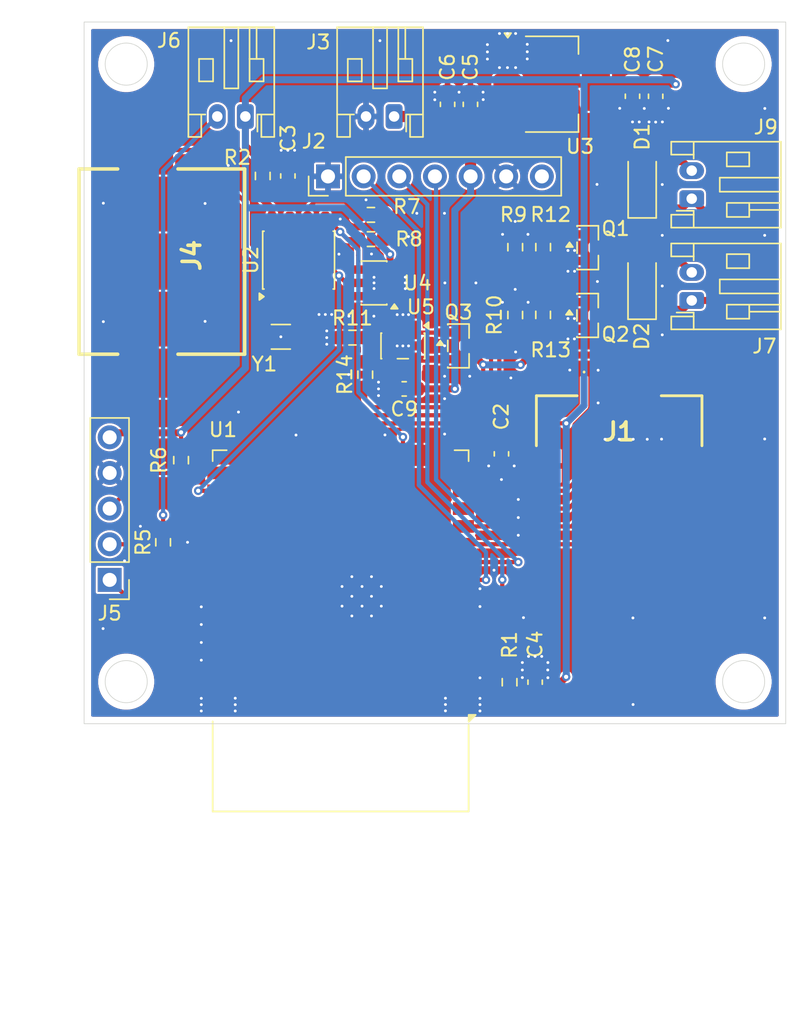
<source format=kicad_pcb>
(kicad_pcb (version 20241229) (generator "pcbnew") (generator_version "9.0")
  (layers (0 "F.Cu" signal) (2 "B.Cu" signal) (13 "F.Paste" user) (15 "B.Paste" user) (5 "F.SilkS" user "F.Silkscreen") (7 "B.SilkS" user "B.Silkscreen") (1 "F.Mask" user) (3 "B.Mask" user) (25 "Edge.Cuts" user))
  (net 0 "")
  (net 1 "+3.3V")
  (net 2 "GND")
  (net 3 "+5V")
  (net 5 "SPI{slash}CLK")
  (net 6 "SPI{slash}SS")
  (net 7 "SPI{slash}MOSI")
  (net 8 "SPI{slash}MISO")
  (net 11 "I2C{slash}SCL")
  (net 12 "I2C{slash}SDA")
  (net 13 "+BATT")
  (net 14 "Net-(U2-VDD)")
  (net 15 "VCC")
  (net 16 "Net-(D1-A)")
  (net 17 "Net-(D2-A)")
  (net 18 "BK-7670{slash}RX")
  (net 19 "BK-7670{slash}PWRKEY")
  (net 20 "BK-7670{slash}TX")
  (net 21 "Net-(J5-Pin_2)")
  (net 22 "Net-(J5-Pin_3)")
  (net 23 "Net-(J5-Pin_1)")
  (net 24 "Net-(Q1-G)")
  (net 25 "Net-(Q2-G)")
  (net 26 "Net-(U1-EN)")
  (net 29 "Net-(U1-IO21)")
  (net 30 "FAN_1")
  (net 31 "FAN_2")
  (net 32 "Net-(U5--)")
  (net 48 "Net-(U2-OSCO)")
  (net 49 "Net-(U2-OSCI)")
  (net 51 "Net-(U4-VOUT)")
  (net 52 "Net-(Q3-B)")
  (net 53 "Net-(J6-Pin_2)")
  (footprint "Package_SO:SOIC-8_3.9x4.9mm_P1.27mm" (layer "F.Cu") (at 135.285 76.965 90)
    (property "Reference" "U2")
    (property "Value" "PCF8523T")
  )
  (footprint "Resistor_SMD:R_0603_1608Metric_Pad0.98x0.95mm_HandSolder" (layer "F.Cu") (at 139.1225 82.48875 180)
    (property "Reference" "R11")
    (property "Value" "10KR")
  )
  (footprint "Amphenol_F51L-1A7H1-11006:F51L1A7H111006" (layer "F.Cu") (at 158.13 89.19)
    (property "Reference" "J1")
    (property "Value" "RC522" (hide yes))
  )
  (footprint "Package_TO_SOT_SMD:SOT-23-5" (layer "F.Cu") (at 142.715 83.07875 -90)
    (property "Reference" "U5")
    (property "Value" "MCP6006T-E/OT")
  )
  (footprint "Connector_JST:JST_PH_S2B-PH-K_1x02_P2.00mm_Horizontal" (layer "F.Cu") (at 163.3 72.59 90)
    (property "Reference" "J9")
    (property "Value" "FAN1")
  )
  (footprint "Capacitor_SMD:C_0603_1608Metric_Pad1.08x0.95mm_HandSolder" (layer "F.Cu") (at 142.81 86.14 180)
    (property "Reference" "C9")
    (property "Value" "100nF")
  )
  (footprint "Connector_JST:JST_PH_S2B-PH-K_1x02_P2.00mm_Horizontal" (layer "F.Cu") (at 131.49 66.73 180)
    (property "Reference" "J6")
    (property "Value" "LED")
  )
  (footprint "Package_TO_SOT_SMD:SOT-23" (layer "F.Cu") (at 155.88 80.9075)
    (property "Reference" "Q2")
    (property "Value" "IRLML6244")
  )
  (footprint "Capacitor_SMD:C_0603_1608Metric_Pad1.08x0.95mm_HandSolder" (layer "F.Cu") (at 159.08 65.29 -90)
    (property "Reference" "C8")
    (property "Value" "100nF")
  )
  (footprint "Package_TO_SOT_SMD:SOT-23" (layer "F.Cu") (at 155.89 76.08)
    (property "Reference" "Q1")
    (property "Value" "IRLML6244")
  )
  (footprint "Resistor_SMD:R_0603_1608Metric_Pad0.98x0.95mm_HandSolder" (layer "F.Cu") (at 140.4425 75.47 180)
    (property "Reference" "R8")
    (property "Value" "10KR")
  )
  (footprint "Resistor_SMD:R_0603_1608Metric_Pad0.98x0.95mm_HandSolder" (layer "F.Cu") (at 152.71 80.8675 90)
    (property "Reference" "R13")
    (property "Value" "100R")
  )
  (footprint "Connector_PinHeader_2.54mm:PinHeader_1x07_P2.54mm_Vertical" (layer "F.Cu") (at 137.38 71 90)
    (property "Reference" "J2")
    (property "Value" "BK-A7670G")
  )
  (footprint "Capacitor_SMD:C_0603_1608Metric_Pad1.08x0.95mm_HandSolder" (layer "F.Cu") (at 134.52 70.97 90)
    (property "Reference" "C3")
    (property "Value" "3.3uF")
  )
  (footprint "Diode_SMD:D_SOD-123" (layer "F.Cu") (at 159.76 78.82 90)
    (property "Reference" "D2")
    (property "Value" "D")
  )
  (footprint "Crystal:Crystal_SMD_3215-2Pin_3.2x1.5mm" (layer "F.Cu") (at 134.02 82.43)
    (property "Reference" "Y1")
    (property "Value" "Crystal")
  )
  (footprint "Resistor_SMD:R_0603_1608Metric_Pad0.98x0.95mm_HandSolder" (layer "F.Cu") (at 125.63 97.07 90)
    (property "Reference" "R5")
    (property "Value" "100R")
  )
  (footprint "Resistor_SMD:R_0603_1608Metric_Pad0.98x0.95mm_HandSolder" (layer "F.Cu") (at 150.7225 80.8775 -90)
    (property "Reference" "R10")
    (property "Value" "10KR")
  )
  (footprint "Resistor_SMD:R_0603_1608Metric_Pad0.98x0.95mm_HandSolder" (layer "F.Cu") (at 150.32 107.04 -90)
    (property "Reference" "R1")
    (property "Value" "10KR")
  )
  (footprint "Resistor_SMD:R_0603_1608Metric_Pad0.98x0.95mm_HandSolder" (layer "F.Cu") (at 140.44 73.74 180)
    (property "Reference" "R7")
    (property "Value" "10KR")
  )
  (footprint "Resistor_SMD:R_0603_1608Metric_Pad0.98x0.95mm_HandSolder" (layer "F.Cu") (at 132.73 70.97 -90)
    (property "Reference" "R2")
    (property "Value" "1KR")
  )
  (footprint "Resistor_SMD:R_0603_1608Metric_Pad0.98x0.95mm_HandSolder" (layer "F.Cu") (at 152.7125 76.04 90)
    (property "Reference" "R12")
    (property "Value" "100R")
  )
  (footprint "Package_TO_SOT_SMD:SOT-23-6" (layer "F.Cu") (at 140.66 78.59 180)
    (property "Reference" "U4")
    (property "Value" "MCP4706")
  )
  (footprint "Connector_JST:JST_PH_S2B-PH-K_1x02_P2.00mm_Horizontal" (layer "F.Cu") (at 163.3 79.84 90)
    (property "Reference" "J7")
    (property "Value" "FAN2")
  )
  (footprint "Package_TO_SOT_SMD:SOT-23" (layer "F.Cu") (at 146.675 83.07875)
    (property "Reference" "Q3")
    (property "Value" "BCV71")
  )
  (footprint "RF_Module:ESP32-WROOM-32D" (layer "F.Cu") (at 138.28 100.39 180)
    (property "Reference" "U1")
    (property "Value" "ESP32")
  )
  (footprint "Resistor_SMD:R_0603_1608Metric_Pad0.98x0.95mm_HandSolder" (layer "F.Cu") (at 126.91 91.22 -90)
    (property "Reference" "R6")
    (property "Value" "10KR")
  )
  (footprint "Capacitor_SMD:C_0603_1608Metric_Pad1.08x0.95mm_HandSolder" (layer "F.Cu") (at 160.73 65.2925 -90)
    (property "Reference" "C7")
    (property "Value" "10uF")
  )
  (footprint "Harwin_S8201-46R:Harwin_S8201-46R" (layer "F.Cu") (at 124.54 77.07 -90)
    (property "Reference" "J4")
    (property "Value" "Battery holder" (hide yes))
  )
  (footprint "Resistor_SMD:R_0603_1608Metric_Pad0.98x0.95mm_HandSolder" (layer "F.Cu") (at 140.035 85.12875 -90)
    (property "Reference" "R14")
    (property "Value" "5K1R")
  )
  (footprint "Capacitor_SMD:C_0603_1608Metric_Pad1.08x0.95mm_HandSolder" (layer "F.Cu") (at 147.53 65.8675 90)
    (property "Reference" "C5")
    (property "Value" "10uF")
  )
  (footprint "Connector_JST:JST_PH_S2B-PH-K_1x02_P2.00mm_Horizontal" (layer "F.Cu") (at 142.09 66.73 180)
    (property "Reference" "J3")
    (property "Value" "POWER")
  )
  (footprint "Capacitor_SMD:C_0603_1608Metric_Pad1.08x0.95mm_HandSolder" (layer "F.Cu") (at 152.14 107.0375 90)
    (property "Reference" "C4")
    (property "Value" "100nF")
  )
  (footprint "Capacitor_SMD:C_0603_1608Metric_Pad1.08x0.95mm_HandSolder" (layer "F.Cu") (at 145.9 65.8675 90)
    (property "Reference" "C6")
    (property "Value" "100nF")
  )
  (footprint "Capacitor_SMD:C_0603_1608Metric_Pad1.08x0.95mm_HandSolder" (layer "F.Cu") (at 149.74 90.77 -90)
    (property "Reference" "C2")
    (property "Value" "100nF")
  )
  (footprint "Package_TO_SOT_SMD:SOT-223-3_TabPin2" (layer "F.Cu") (at 153.32 64.43)
    (property "Reference" "U3")
    (property "Value" "LD1117S33TR_SOT223")
  )
  (footprint "Diode_SMD:D_SOD-123" (layer "F.Cu") (at 159.77 71.6 90)
    (property "Reference" "D1")
    (property "Value" "D")
  )
  (footprint "Resistor_SMD:R_0603_1608Metric_Pad0.98x0.95mm_HandSolder" (layer "F.Cu") (at 150.7225 76.0425 -90)
    (property "Reference" "R9")
    (property "Value" "10KR")
  )
  (footprint "Connector_PinHeader_2.54mm:PinHeader_1x05_P2.54mm_Vertical" (layer "F.Cu") (at 121.82 99.75 180)
    (property "Reference" "J5")
    (property "Value" "PROGRAMMER")
  )
  (gr_circle (center 123 63) (end 124.5 63) (stroke (width 0.05)) (fill no) (layer "Edge.Cuts"))
  (gr_circle (center 167 63) (end 168.5 63) (stroke (width 0.05)) (fill no) (layer "Edge.Cuts"))
  (gr_rect (start 120 60) (end 170 110) (stroke (width 0.05)) (fill no) (layer "Edge.Cuts"))
  (gr_circle (center 167 107) (end 168.5 107) (stroke (width 0.05)) (fill no) (layer "Edge.Cuts"))
  (gr_circle (center 123 107) (end 124.5 107) (stroke (width 0.05)) (fill no) (layer "Edge.Cuts"))
  (segment (start 141.8 77.6375) (end 141.7975 77.64) (width 0.3) (layer "F.Cu") (net 1))
  (segment (start 141.3525 73.74) (end 141.3525 75.4675) (width 0.3) (layer "F.Cu") (net 1))
  (segment (start 154.36 88.5925) (end 154.3975 88.5925) (width 0.3) (layer "F.Cu") (net 1))
  (segment (start 141.3525 75.4675) (end 141.355 75.47) (width 0.3) (layer "F.Cu") (net 1))
  (segment (start 154.3975 88.5925) (end 155.63 87.36) (width 0.3) (layer "F.Cu") (net 1))
  (segment (start 149.22 107.9) (end 153.11 107.9) (width 0.5) (layer "F.Cu") (net 1))
  (segment (start 126.91 89.24) (end 126.88 89.27) (width 0.3) (layer "F.Cu") (net 1))
  (segment (start 149.74 89.9075) (end 151.055 88.5925) (width 0.3) (layer "F.Cu") (net 1))
  (segment (start 151.055 88.5925) (end 154.36 88.5925) (width 0.3) (layer "F.Cu") (net 1))
  (segment (start 131.49 68.8175) (end 132.73 70.0575) (width 0.5) (layer "F.Cu") (net 1))
  (segment (start 147.03 107.37) (end 148.69 107.37) (width 0.5) (layer "F.Cu") (net 1))
  (segment (start 141.8 76.55) (end 141.8 77.6375) (width 0.5) (layer "F.Cu") (net 1))
  (segment (start 126.88 89.27) (end 122.14 89.27) (width 0.5) (layer "F.Cu") (net 1))
  (segment (start 153.11 107.9) (end 154.35 106.66) (width 0.5) (layer "F.Cu") (net 1))
  (segment (start 131.49 66.73) (end 131.49 68.8175) (width 0.5) (layer "F.Cu") (net 1))
  (segment (start 148.69 107.37) (end 149.22 107.9) (width 0.5) (layer "F.Cu") (net 1))
  (segment (start 141.355 75.47) (end 141.355 76.105) (width 0.3) (layer "F.Cu") (net 1))
  (segment (start 126.91 90.3075) (end 126.91 89.24) (width 0.3) (layer "F.Cu") (net 1))
  (segment (start 162.1575 64.43) (end 150.17 64.43) (width 0.5) (layer "F.Cu") (net 1))
  (segment (start 141.355 76.105) (end 141.8 76.55) (width 0.3) (layer "F.Cu") (net 1))
  (segment (start 155.63 87.36) (end 155.63 85.98) (width 0.3) (layer "F.Cu") (net 1))
  (segment (start 122.14 89.27) (end 121.82 89.59) (width 0.5) (layer "F.Cu") (net 1))
  (via (at 154.35 106.66) (size 0.6) (drill 0.3) (layers "F.Cu" "B.Cu") (net 1))
  (via (at 162.1575 64.43) (size 0.6) (drill 0.3) (layers "F.Cu" "B.Cu") (net 1))
  (via (at 141.8 76.55) (size 0.6) (drill 0.3) (layers "F.Cu" "B.Cu") (net 1))
  (via (at 126.91 89.24) (size 0.6) (drill 0.3) (layers "F.Cu" "B.Cu") (net 1))
  (via (at 154.36 88.5925) (size 0.6) (drill 0.3) (layers "F.Cu" "B.Cu") (net 1))
  (segment (start 155.63 64.11) (end 132.81 64.11) (width 0.5) (layer "B.Cu") (net 1))
  (segment (start 154.36 88.5925) (end 154.36 106.65) (width 0.5) (layer "B.Cu") (net 1))
  (segment (start 162.1575 64.43) (end 161.8375 64.11) (width 0.5) (layer "B.Cu") (net 1))
  (segment (start 155.63 87.3225) (end 155.63 64.11) (width 0.5) (layer "B.Cu") (net 1))
  (segment (start 132.81 64.11) (end 131.49 65.43) (width 0.5) (layer "B.Cu") (net 1))
  (segment (start 161.8375 64.11) (end 155.63 64.11) (width 0.5) (layer "B.Cu") (net 1))
  (segment (start 131.49 84.66) (end 131.49 73.24) (width 0.5) (layer "B.Cu") (net 1))
  (segment (start 154.36 106.65) (end 154.35 106.66) (width 0.3) (layer "B.Cu") (net 1))
  (segment (start 131.49 65.43) (end 131.49 73.24) (width 0.5) (layer "B.Cu") (net 1))
  (segment (start 138.49 73.24) (end 141.8 76.55) (width 0.5) (layer "B.Cu") (net 1))
  (segment (start 126.91 89.24) (end 131.49 84.66) (width 0.5) (layer "B.Cu") (net 1))
  (segment (start 154.36 88.5925) (end 155.63 87.3225) (width 0.5) (layer "B.Cu") (net 1))
  (segment (start 131.49 73.24) (end 138.49 73.24) (width 0.5) (layer "B.Cu") (net 1))
  (via (at 154.94 82.58) (size 0.3048) (drill 0.2032) (layers "F.Cu" "B.Cu") (net 2))
  (via (at 148.83 91.63) (size 0.3048) (drill 0.2032) (layers "F.Cu" "B.Cu") (net 2))
  (via (at 153.05 106.72) (size 0.3048) (drill 0.2032) (layers "F.Cu" "B.Cu") (net 2))
  (via (at 159.08 67.12) (size 0.3048) (drill 0.2032) (layers "F.Cu" "B.Cu") (net 2))
  (via (at 130.77 109.09) (size 0.3048) (drill 0.2032) (layers "F.Cu" "B.Cu") (net 2))
  (via (at 137.29 82.49) (size 0.3048) (drill 0.2032) (layers "F.Cu" "B.Cu") (net 2))
  (via (at 150.72 79.05) (size 0.3048) (drill 0.2032) (layers "F.Cu" "B.Cu") (net 2))
  (via (at 128.35 102.93) (size 0.3048) (drill 0.2032) (layers "F.Cu" "B.Cu") (net 2))
  (via (at 141.08 61.33) (size 0.3048) (drill 0.2032) (layers "F.Cu" "B.Cu") (net 2))
  (via (at 148.21 106.73) (size 0.3048) (drill 0.2032) (layers "F.Cu" "B.Cu") (net 2))
  (via (at 160.26 67.12) (size 0.3048) (drill 0.2032) (layers "F.Cu" "B.Cu") (net 2))
  (via (at 145.69 85.24) (size 0.3048) (drill 0.2032) (layers "F.Cu" "B.Cu") (net 2))
  (via (at 148.21 108.64) (size 0.3048) (drill 0.2032) (layers "F.Cu" "B.Cu") (net 2))
  (via (at 148.21 109.09) (size 0.3048) (drill 0.2032) (layers "F.Cu" "B.Cu") (net 2))
  (via (at 128.35 104.21) (size 0.3048) (drill 0.2032) (layers "F.Cu" "B.Cu") (net 2))
  (via (at 150.75 63.25) (size 0.3048) (drill 0.2032) (layers "F.Cu" "B.Cu") (net 2))
  (via (at 151.63 75.13) (size 0.3048) (drill 0.2032) (layers "F.Cu" "B.Cu") (net 2))
  (via (at 154.94 81.13) (size 0.3048) (drill 0.2032) (layers "F.Cu" "B.Cu") (net 2))
  (via (at 152.61 105.2) (size 0.3048) (drill 0.2032) (layers "F.Cu" "B.Cu") (net 2))
  (via (at 150.65 91.63) (size 0.3048) (drill 0.2032) (layers "F.Cu" "B.Cu") (net 2))
  (via (at 148.21 101.65) (size 0.3048) (drill 0.2032) (layers "F.Cu" "B.Cu") (net 2))
  (via (at 159.56 67.12) (size 0.3048) (drill 0.2032) (layers "F.Cu" "B.Cu") (net 2))
  (via (at 152.14 105.2) (size 0.3048) (drill 0.2032) (layers "F.Cu" "B.Cu") (net 2))
  (via (at 151.58 62.63) (size 0.3048) (drill 0.2032) (layers "F.Cu" "B.Cu") (net 2))
  (via (at 140.98 85.66) (size 0.3048) (drill 0.2032) (layers "F.Cu" "B.Cu") (net 2))
  (via (at 140.65 80.96) (size 0.3048) (drill 0.2032) (layers "F.Cu" "B.Cu") (net 2))
  (via (at 140.48 76.53) (size 0.3048) (drill 0.2032) (layers "F.Cu" "B.Cu") (net 2))
  (via (at 134.02 82.43) (size 0.3048) (drill 0.2032) (layers "F.Cu" "B.Cu") (net 2))
  (via (at 148.74 61.61) (size 0.3048) (drill 0.2032) (layers "F.Cu" "B.Cu") (net 2))
  (via (at 161.64 66.15) (size 0.3048) (drill 0.2032) (layers "F.Cu" "B.Cu") (net 2))
  (via (at 158.17 66.15) (size 0.3048) (drill 0.2032) (layers "F.Cu" "B.Cu") (net 2))
  (via (at 149.74 92.6) (size 0.3048) (drill 0.2032) (layers "F.Cu" "B.Cu") (net 2))
  (via (at 150.17 60.82) (size 0.3048) (drill 0.2032) (layers "F.Cu" "B.Cu") (net 2))
  (via (at 145.75 108.63) (size 0.3048) (drill 0.2032) (layers "F.Cu" "B.Cu") (net 2))
  (via (at 149.82 75.13) (size 0.3048) (drill 0.2032) (layers "F.Cu" "B.Cu") (net 2))
  (via (at 134.04 69.14) (size 0.3048) (drill 0.2032) (layers "F.Cu" "B.Cu") (net 2))
  (via (at 151.31 102.44) (size 0.3048) (drill 0.2032) (layers "F.Cu" "B.Cu") (net 2))
  (via (at 128.35 108.19) (size 0.3048) (drill 0.2032) (layers "F.Cu" "B.Cu") (net 2))
  (via (at 147.48 85.24) (size 0.3048) (drill 0.2032) (layers "F.Cu" "B.Cu") (net 2))
  (via (at 135 69.14) (size 0.3048) (drill 0.2032) (layers "F.Cu" "B.Cu") (net 2))
  (via (at 130.77 108.64) (size 0.3048) (drill 0.2032) (layers "F.Cu" "B.Cu") (net 2))
  (via (at 138.25 74.04) (size 0.3048) (drill 0.2032) (layers "F.Cu" "B.Cu") (net 2))
  (via (at 161.2 82.29) (size 0.3048) (drill 0.2032) (layers "F.Cu" "B.Cu") (net 2))
  (via (at 140.98 86.62) (size 0.3048) (drill 0.2032) (layers "F.Cu" "B.Cu") (net 2))
  (via (at 140.66 78.59) (size 0.3048) (drill 0.2032) (layers "F.Cu" "B.Cu") (net 2))
  (via (at 150.75 83.51) (size 0.3048) (drill 0.2032) (layers "F.Cu" "B.Cu") (net 2))
  (via (at 138.85 85.12) (size 0.3048) (drill 0.2032) (layers "F.Cu" "B.Cu") (net 2))
  (via (at 161.2 71.58) (size 0.3048) (drill 0.2032) (layers "F.Cu" "B.Cu") (net 2))
  (via (at 142.31 80.85) (size 0.3048) (drill 0.2032) (layers "F.Cu" "B.Cu") (net 2))
  (via (at 130.47 61.33) (size 0.3048) (drill 0.2032) (layers "F.Cu" "B.Cu") (net 2))
  (via (at 168.5 102.46) (size 0.3048) (drill 0.2032) (layers "F.Cu" "B.Cu") (net 2))
  (via (at 149.21 99.06) (size 0.3048) (drill 0.2032) (layers "F.Cu" "B.Cu") (net 2))
  (via (at 136.74 80.84) (size 0.3048) (drill 0.2032) (layers "F.Cu" "B.Cu") (net 2))
  (via (at 130.27 70.22) (size 0.3048) (drill 0.2032) (layers "F.Cu" "B.Cu") (net 2))
  (via (at 140.66 78.19) (size 0.3048) (drill 0.2032) (layers "F.Cu" "B.Cu") (net 2))
  (via (at 121.35 103.22) (size 0.3048) (drill 0.2032) (layers "F.Cu" "B.Cu") (net 2))
  (via (at 161.2 75.2) (size 0.3048) (drill 0.2032) (layers "F.Cu" "B.Cu") (net 2))
  (via (at 160.13 89.73) (size 0.3048) (drill 0.2032) (layers "F.Cu" "B.Cu") (net 2))
  (via (at 137.64 80.84) (size 0.3048) (drill 0.2032) (layers "F.Cu" "B.Cu") (net 2))
  (via (at 168.5 89.71) (size 0.3048) (drill 0.2032) (layers "F.Cu" "B.Cu") (net 2))
  (via (at 153.04 106.17) (size 0.3048) (drill 0.2032) (layers "F.Cu" "B.Cu") (net 2))
  (via (at 161.6 61.32) (size 0.3048) (drill 0.2032) (layers "F.Cu" "B.Cu") (net 2))
  (via (at 128.62 81.33) (size 0.3048) (drill 0.2032) (layers "F.Cu" "B.Cu") (net 2))
  (via (at 137.29 82.01) (size 0.3048) (drill 0.2032) (layers "F.Cu" "B.Cu") (net 2))
  (via (at 156.55 71.57) (size 0.3048) (drill 0.2032) (layers "F.Cu" "B.Cu") (net 2))
  (via (at 144.99 65) (size 0.3048) (drill 0.2032) (layers "F.Cu" "B.Cu") (net 2))
  (via (at 161.21 67.12) (size 0.3048) (drill 0.2032) (layers "F.Cu" "B.Cu") (net 2))
  (via (at 142.715 83.07875) (size 0.3048) (drill 0.2032) (layers "F.Cu" "B.Cu") (net 2))
  (via (at 156.58 78.49) (size 0.3048) (drill 0.2032) (layers "F.Cu" "B.Cu") (net 2))
  (via (at 150.72 74.21) (size 0.3048) (drill 0.2032) (layers "F.Cu" "B.Cu") (net 2))
  (via (at 137.29 82.96) (size 0.3048) (drill 0.2032) (layers "F.Cu" "B.Cu") (net 2))
  (via (at 144.99 65.54) (size 0.3048) (drill 0.2032) (layers "F.Cu" "B.Cu") (net 2))
  (via (at 154.95 77.76) (size 0.3048) (drill 0.2032) (layers "F.Cu" "B.Cu") (net 2))
  (via (at 124.01 95.93) (size 0.3048) (drill 0.2032) (layers "F.Cu" "B.Cu") (net 2))
  (via (at 158.13 89.73) (size 0.3048) (drill 0.2032) (layers "F.Cu" "B.Cu") (net 2))
  (via (at 121.37 81.35) (size 0.3048) (drill 0.2032) (layers "F.Cu" "B.Cu") (net 2))
  (via (at 134.52 69.14) (size 0.3048) (drill 0.2032) (layers "F.Cu" "B.Cu") (net 2))
  (via (at 150.94 94.02) (size 0.3048) (drill 0.2032) (layers "F.Cu" "B.Cu") (net 2))
  (via (at 156.63 87.14) (size 0.3048) (drill 0.2032) (layers "F.Cu" "B.Cu") (net 2))
  (via (at 159.11 102.46) (size 0.3048) (drill 0.2032) (layers "F.Cu" "B.Cu") (net 2))
  (via (at 148.74 62.64) (size 0.3048) (drill 0.2032) (layers "F.Cu" "B.Cu") (net 2))
  (via (at 148.44 65.53) (size 0.3048) (drill 0.2032) (layers "F.Cu" "B.Cu") (net 2))
  (via (at 140.09 72.67) (size 0.3048) (drill 0.2032) (layers "F.Cu" "B.Cu") (net 2))
  (via (at 148.43 65) (size 0.3048) (drill 0.2032) (layers "F.Cu" "B.Cu") (net 2))
  (via (at 151.67 105.2) (size 0.3048) (drill 0.2032) (layers "F.Cu" "B.Cu") (net 2))
  (via (at 137.19 80.84) (size 0.3048) (drill 0.2032) (layers "F.Cu" "B.Cu") (net 2))
  (via (at 128.35 105.47) (size 0.3048) (drill 0.2032) (layers "F.Cu" "B.Cu") (net 2))
  (via (at 143.12 80.85) (size 0.3048) (drill 0.2032) (layers "F.Cu" "B.Cu") (net 2))
  (via (at 148.21 100.38) (size 0.3048) (drill 0.2032) (layers "F.Cu" "B.Cu") (net 2))
  (via (at 147.92 78.59) (size 0.3048) (drill 0.2032) (layers "F.Cu" "B.Cu") (net 2))
  (via (at 130.77 108.18) (size 0.3048) (drill 0.2032) (layers "F.Cu" "B.Cu") (net 2))
  (via (at 127.37 97.07) (size 0.3048) (drill 0.2032) (layers "F.Cu" "B.Cu") (net 2))
  (via (at 168.51 66.16) (size 0.3048) (drill 0.2032) (layers "F.Cu" "B.Cu") (net 2))
  (via (at 128.35 101.67) (size 0.3048) (drill 0.2032) (layers "F.Cu" "B.Cu") (net 2))
  (via (at 145.68 73.63) (size 0.3048) (drill 0.2032) (layers "F.Cu" "B.Cu") (net 2))
  (via (at 150.41 85.36) (size 0.3048) (drill 0.2032) (layers "F.Cu" "B.Cu") (net 2))
  (via (at 154.48 82.58) (size 0.3048) (drill 0.2032) (layers "F.Cu" "B.Cu") (net 2))
  (via (at 151.58 62.12) (size 0.3048) (drill 0.2032) (layers "F.Cu" "B.Cu") (net 2))
  (via (at 150.17 63.25) (size 0.3048) (drill 0.2032) (layers "F.Cu" "B.Cu") (net 2))
  (via (at 143.12 83.07875) (size 0.3048) (drill 0.2032) (layers "F.Cu" "B.Cu") (net 2))
  (via (at 142.89 79) (size 0.3048) (drill 0.2032) (layers "F.Cu" "B.Cu") (net 2))
  (via (at 149.6 60.82) (size 0.3048) (drill 0.2032) (layers "F.Cu" "B.Cu") (net 2))
  (via (at 142.89 78.59) (size 0.3048) (drill 0.2032) (layers "F.Cu" "B.Cu") (net 2))
  (via (at 121.37 72.91) (size 0.3048) (drill 0.2032) (layers "F.Cu" "B.Cu") (net 2))
  (via (at 145.71 78.59) (size 0.3048) (drill 0.2032) (layers "F.Cu" "B.Cu") (net 2))
  (via (at 135.1 89.43) (size 0.3048) (drill 0.2032) (layers "F.Cu" "B.Cu") (net 2))
  (via (at 145.69 86.84) (size 0.3048) (drill 0.2032) (layers "F.Cu" "B.Cu") (net 2))
  (via (at 142.31 83.07875) (size 0.3048) (drill 0.2032) (layers "F.Cu" "B.Cu") (net 2))
  (via (at 143.11 75.29) (size 0.3048) (drill 0.2032) (layers "F.Cu" "B.Cu") (net 2))
  (via (at 131 87.79) (size 0.3048) (drill 0.2032) (layers "F.Cu" "B.Cu") (net 2))
  (via (at 149.81 79.97) (size 0.3048) (drill 0.2032) (layers "F.Cu" "B.Cu") (net 2))
  (via (at 159.12 108.63) (size 0.3048) (drill 0.2032) (layers "F.Cu" "B.Cu") (net 2))
  (via (at 154.48 81.13) (size 0.3048) (drill 0.2032) (layers "F.Cu" "B.Cu") (net 2))
  (via (at 168.5 75.2) (size 0.3048) (drill 0.2032) (layers "F.Cu" "B.Cu") (net 2))
  (via (at 128.35 108.64) (size 0.3048) (drill 0.2032) (layers "F.Cu" "B.Cu") (net 2))
  (via (at 151.58 61.59) (size 0.3048) (drill 0.2032) (layers "F.Cu" "B.Cu") (net 2))
  (via (at 160.73 67.13) (size 0.3048) (drill 0.2032) (layers "F.Cu" "B.Cu") (net 2))
  (via (at 145.69 83.07) (size 0.3048) (drill 0.2032) (layers "F.Cu" "B.Cu") (net 2))
  (via (at 141.44 89.42) (size 0.3048) (drill 0.2032) (layers "F.Cu" "B.Cu") (net 2))
  (via (at 145.75 109.08) (size 0.3048) (drill 0.2032) (layers "F.Cu" "B.Cu") (net 2))
  (via (at 142.89 78.18) (size 0.3048) (drill 0.2032) (layers "F.Cu" "B.Cu") (net 2))
  (via (at 151.23 105.64) (size 0.3048) (drill 0.2032) (layers "F.Cu" "B.Cu") (net 2))
  (via (at 154.48 77.76) (size 0.3048) (drill 0.2032) (layers "F.Cu" "B.Cu") (net 2))
  (via (at 156.63 84.81) (size 0.3048) (drill 0.2032) (layers "F.Cu" "B.Cu") (net 2))
  (via (at 128.35 109.09) (size 0.3048) (drill 0.2032) (layers "F.Cu" "B.Cu") (net 2))
  (via (at 138.16 76.54) (size 0.3048) (drill 0.2032) (layers "F.Cu" "B.Cu") (net 2))
  (via (at 150.75 60.82) (size 0.3048) (drill 0.2032) (layers "F.Cu" "B.Cu") (net 2))
  (via (at 148.21 108.19) (size 0.3048) (drill 0.2032) (layers "F.Cu" "B.Cu") (net 2))
  (via (at 161.2 78.81) (size 0.3048) (drill 0.2032) (layers "F.Cu" "B.Cu") (net 2))
  (via (at 151.23 106.17) (size 0.3048) (drill 0.2032) (layers "F.Cu" "B.Cu") (net 2))
  (via (at 150.94 96.57) (size 0.3048) (drill 0.2032) (layers "F.Cu" "B.Cu") (net 2))
  (via (at 146.72 65) (size 0.3048) (drill 0.2032) (layers "F.Cu" "B.Cu") (net 2))
  (via (at 145.69 89.36) (size 0.3048) (drill 0.2032) (layers "F.Cu" "B.Cu") (net 2))
  (via (at 154.61 84.8) (size 0.3048) (drill 0.2032) (layers "F.Cu" "B.Cu") (net 2))
  (via (at 148.74 62.13) (size 0.3048) (drill 0.2032) (layers "F.Cu" "B.Cu") (net 2))
  (via (at 161.15 89.72) (size 0.3048) (drill 0.2032) (layers "F.Cu" "B.Cu") (net 2))
  (via (at 140.66 78.99) (size 0.3048) (drill 0.2032) (layers "F.Cu" "B.Cu") (net 2))
  (via (at 138.87 80.96) (size 0.3048) (drill 0.2032) (layers "F.Cu" "B.Cu") (net 2))
  (via (at 151.64 79.97) (size 0.3048) (drill 0.2032) (layers "F.Cu" "B.Cu") (net 2))
  (via (at 149.6 63.25) (size 0.3048) (drill 0.2032) (layers "F.Cu" "B.Cu") (net 2))
  (via (at 159.13 89.73) (size 0.3048) (drill 0.2032) (layers "F.Cu" "B.Cu") (net 2))
  (via (at 154.48 76.28) (size 0.3048) (drill 0.2032) (layers "F.Cu" "B.Cu") (net 2))
  (via (at 157.12 89.73) (size 0.3048) (drill 0.2032) (layers "F.Cu" "B.Cu") (net 2))
  (via (at 140.98 86.14) (size 0.3048) (drill 0.2032) (layers "F.Cu" "B.Cu") (net 2))
  (via (at 143.71 73.63) (size 0.3048) (drill 0.2032) (layers "F.Cu" "B.Cu") (net 2))
  (via (at 153.05 105.64) (size 0.3048) (drill 0.2032) (layers "F.Cu" "B.Cu") (net 2))
  (via (at 145.75 108.18) (size 0.3048) (drill 0.2032) (layers "F.Cu" "B.Cu") (net 2))
  (via (at 154.95 76.28) (size 0.3048) (drill 0.2032) (layers "F.Cu" "B.Cu") (net 2))
  (via (at 150.94 95.31) (size 0.3048) (drill 0.2032) (layers "F.Cu" "B.Cu") (net 2))
  (via (at 159.92 66.16) (size 0.3048) (drill 0.2032) (layers "F.Cu" "B.Cu") (net 2))
  (via (at 122.88 98.39) (size 0.3048) (drill 0.2032) (layers "F.Cu" "B.Cu") (net 2))
  (via (at 151.23 106.71) (size 0.3048) (drill 0.2032) (layers "F.Cu" "B.Cu") (net 2))
  (via (at 142.72 80.85) (size 0.3048) (drill 0.2032) (layers "F.Cu" "B.Cu") (net 2))
  (via (at 128.62 72.93) (size 0.3048) (drill 0.2032) (layers "F.Cu" "B.Cu") (net 2))
  (segment (start 143.66 86.13875) (end 143.66 84.22125) (width 0.5) (layer "F.Cu") (net 3))
  (segment (start 143.8525 84.02875) (end 143.665 84.21625) (width 0.5) (layer "F.Cu") (net 3))
  (segment (start 143.6725 86.14) (end 146.42 86.14) (width 0.5) (layer "F.Cu") (net 3))
  (segment (start 147.54 71) (end 147.54 66.74) (width 0.8) (layer "F.Cu") (net 3))
  (segment (start 147.54 66.74) (end 147.53 66.73) (width 0.3) (layer "F.Cu") (net 3))
  (segment (start 143.66 84.22125) (end 143.665 84.21625) (width 0.3) (layer "F.Cu") (net 3))
  (segment (start 150.19 66.75) (end 150.17 66.73) (width 0.3) (layer "F.Cu") (net 3))
  (segment (start 145.7375 84.02875) (end 143.8525 84.02875) (width 0.5) (layer "F.Cu") (net 3))
  (segment (start 142.09 66.73) (end 150.17 66.73) (width 0.8) (layer "F.Cu") (net 3))
  (via (at 146.42 86.14) (size 0.6) (drill 0.3) (layers "F.Cu" "B.Cu") (net 3))
  (segment (start 147.54 71) (end 147.54 72.28) (width 0.5) (layer "B.Cu") (net 3))
  (segment (start 147.54 72.28) (end 146.42 73.4) (width 0.5) (layer "B.Cu") (net 3))
  (segment (start 146.42 73.4) (end 146.42 86.14) (width 0.5) (layer "B.Cu") (net 3))
  (segment (start 159.63 85.98) (end 159.63 91.04) (width 0.3) (layer "F.Cu") (net 5))
  (segment (start 159.63 91.04) (end 154.73 95.94) (width 0.3) (layer "F.Cu") (net 5))
  (segment (start 154.73 95.94) (end 147.03 95.94) (width 0.3) (layer "F.Cu") (net 5))
  (segment (start 154.94 97.21) (end 147.03 97.21) (width 0.3) (layer "F.Cu") (net 6))
  (segment (start 160.63 85.98) (end 160.63 91.52) (width 0.3) (layer "F.Cu") (net 6))
  (segment (start 160.63 91.52) (end 154.94 97.21) (width 0.3) (layer "F.Cu") (net 6))
  (segment (start 158.63 85.98) (end 158.63 90.56) (width 0.3) (layer "F.Cu") (net 7))
  (segment (start 154.52 94.67) (end 147.03 94.67) (width 0.3) (layer "F.Cu") (net 7))
  (segment (start 158.63 90.56) (end 154.52 94.67) (width 0.3) (layer "F.Cu") (net 7))
  (segment (start 157.63 85.98) (end 157.63 90.11) (width 0.3) (layer "F.Cu") (net 8))
  (segment (start 157.63 90.11) (end 154.34 93.4) (width 0.3) (layer "F.Cu") (net 8))
  (segment (start 154.34 93.4) (end 147.03 93.4) (width 0.3) (layer "F.Cu") (net 8))
  (segment (start 135.92 75.83) (end 138.16 78.07) (width 0.3) (layer "F.Cu") (net 11))
  (segment (start 139.5275 73.7275) (end 139.5275 73.74) (width 0.3) (layer "F.Cu") (net 11))
  (segment (start 135.92 74.49) (end 135.92 75.83) (width 0.3) (layer "F.Cu") (net 11))
  (segment (start 129.53 93.4) (end 128.13 93.4) (width 0.3) (layer "F.Cu") (net 11))
  (segment (start 135.92 74.49) (end 135.92 73.31) (width 0.3) (layer "F.Cu") (net 11))
  (segment (start 138.6 72.8) (end 139.5275 73.7275) (width 0.3) (layer "F.Cu") (net 11))
  (segment (start 136.43 72.8) (end 138.6 72.8) (width 0.3) (layer "F.Cu") (net 11))
  (segment (start 135.92 73.31) (end 136.43 72.8) (width 0.3) (layer "F.Cu") (net 11))
  (segment (start 138.16 78.07) (end 138.68 78.59) (width 0.3) (layer "F.Cu") (net 11))
  (segment (start 138.68 78.59) (end 139.5225 78.59) (width 0.3) (layer "F.Cu") (net 11))
  (via (at 128.130002 93.399999) (size 0.6) (drill 0.3) (layers "F.Cu" "B.Cu") (net 11))
  (via (at 138.16 78.07) (size 0.6) (drill 0.3) (layers "F.Cu" "B.Cu") (net 11))
  (segment (start 128.130002 93.399999) (end 128.130002 93.389998) (width 0.3) (layer "B.Cu") (net 11))
  (segment (start 128.130002 93.389998) (end 138.16 83.36) (width 0.3) (layer "B.Cu") (net 11))
  (segment (start 138.16 83.36) (end 138.16 78.07) (width 0.3) (layer "B.Cu") (net 11))
  (segment (start 139.53 76.62) (end 139.53 77.6325) (width 0.3) (layer "F.Cu") (net 12))
  (segment (start 139.53 77.6325) (end 139.5225 77.64) (width 0.3) (layer "F.Cu") (net 12))
  (segment (start 138.76 75.47) (end 138.245 74.955) (width 0.3) (layer "F.Cu") (net 12))
  (segment (start 137.78 74.49) (end 137.19 74.49) (width 0.3) (layer "F.Cu") (net 12))
  (segment (start 142.72 90.88) (end 142.72 89.57) (width 0.3) (layer "F.Cu") (net 12))
  (segment (start 139.53 75.47) (end 138.76 75.47) (width 0.3) (layer "F.Cu") (net 12))
  (segment (start 138.245 74.955) (end 137.78 74.49) (width 0.3) (layer "F.Cu") (net 12))
  (segment (start 139.53 75.47) (end 139.53 76.62) (width 0.3) (layer "F.Cu") (net 12))
  (via (at 142.72 89.57) (size 0.6) (drill 0.3) (layers "F.Cu" "B.Cu") (net 12))
  (via (at 138.245 74.955) (size 0.6) (drill 0.3) (layers "F.Cu" "B.Cu") (net 12))
  (segment (start 139.545 76.255) (end 138.245 74.955) (width 0.3) (layer "B.Cu") (net 12))
  (segment (start 139.545 86.395) (end 139.545 76.255) (width 0.3) (layer "B.Cu") (net 12))
  (segment (start 142.72 89.57) (end 139.545 86.395) (width 0.3) (layer "B.Cu") (net 12))
  (segment (start 127.75 69.12) (end 131.51 72.88) (width 0.3) (layer "F.Cu") (net 13))
  (segment (start 125.1 85.58) (end 124.54 85.02) (width 0.3) (layer "F.Cu") (net 13))
  (segment (start 132.86 77.4) (end 135.04 77.4) (width 0.3) (layer "F.Cu") (net 13))
  (segment (start 135.92 78.28) (end 135.92 79.44) (width 0.3) (layer "F.Cu") (net 13))
  (segment (start 131.51 76.05) (end 132.86 77.4) (width 0.3) (layer "F.Cu") (net 13))
  (segment (start 131.51 72.88) (end 131.51 76.05) (width 0.3) (layer "F.Cu") (net 13))
  (segment (start 124.54 69.12) (end 127.75 69.12) (width 0.3) (layer "F.Cu") (net 13))
  (segment (start 135.04 77.4) (end 135.92 78.28) (width 0.3) (layer "F.Cu") (net 13))
  (segment (start 132.73 72.64) (end 133.38 73.29) (width 0.5) (layer "F.Cu") (net 14))
  (segment (start 133.38 73.29) (end 133.38 74.49) (width 0.5) (layer "F.Cu") (net 14))
  (segment (start 132.73 71.8825) (end 132.73 72.64) (width 0.5) (layer "F.Cu") (net 14))
  (segment (start 132.73 71.8825) (end 134.47 71.8825) (width 0.5) (layer "F.Cu") (net 14))
  (segment (start 162.64 73.25) (end 163.3 72.59) (width 0.5) (layer "F.Cu") (net 15))
  (segment (start 147.6125 83.07875) (end 147.6125 83.5825) (width 0.5) (layer "F.Cu") (net 15))
  (segment (start 162.67 80.47) (end 163.3 79.84) (width 0.5) (layer "F.Cu") (net 15))
  (segment (start 140.035 86.875) (end 140.61 87.45) (width 0.3) (layer "F.Cu") (net 15))
  (segment (start 163.3 79.84) (end 165.34 79.84) (width 0.5) (layer "F.Cu") (net 15))
  (segment (start 151.8 83.73) (end 151.1 84.43) (width 0.5) (layer "F.Cu") (net 15))
  (segment (start 140.035 86.56125) (end 140.035 86.875) (width 0.3) (layer "F.Cu") (net 15))
  (segment (start 163.3 72.59) (end 165.41 74.7) (width 0.5) (layer "F.Cu") (net 15))
  (segment (start 140.61 87.45) (end 147.49 87.45) (width 0.3) (layer "F.Cu") (net 15))
  (segment (start 165.41 74.7) (end 165.41 81.19) (width 0.5) (layer "F.Cu") (net 15))
  (segment (start 148.44 86.5) (end 148.44 84.41) (width 0.3) (layer "F.Cu") (net 15))
  (segment (start 159.77 73.25) (end 162.64 73.25) (width 0.5) (layer "F.Cu") (net 15))
  (segment (start 147.6125 83.07875) (end 147.6225 83.07875) (width 0.3) (layer "F.Cu") (net 15))
  (segment (start 147.49 87.45) (end 148.44 86.5) (width 0.3) (layer "F.Cu") (net 15))
  (segment (start 147.6125 83.5825) (end 148.44 84.41) (width 0.5) (layer "F.Cu") (net 15))
  (segment (start 159.76 80.47) (end 162.67 80.47) (width 0.5) (layer "F.Cu") (net 15))
  (segment (start 162.87 83.73) (end 151.8 83.73) (width 0.5) (layer "F.Cu") (net 15))
  (segment (start 165.41 81.19) (end 162.87 83.73) (width 0.5) (layer "F.Cu") (net 15))
  (via (at 148.44 84.41) (size 0.6) (drill 0.3) (layers "F.Cu" "B.Cu") (net 15))
  (via (at 151.1 84.43) (size 0.6) (drill 0.3) (layers "F.Cu" "B.Cu") (net 15))
  (segment (start 151.1 84.43) (end 148.46 84.43) (width 0.5) (layer "B.Cu") (net 15))
  (segment (start 156.8275 76.08) (end 156.8275 72.8925) (width 0.5) (layer "F.Cu") (net 16))
  (segment (start 162.66 69.95) (end 163.3 70.59) (width 0.5) (layer "F.Cu") (net 16))
  (segment (start 159.77 69.95) (end 162.66 69.95) (width 0.5) (layer "F.Cu") (net 16))
  (segment (start 156.8275 72.8925) (end 159.77 69.95) (width 0.5) (layer "F.Cu") (net 16))
  (segment (start 159.76 77.17) (end 156.8175 80.1125) (width 0.5) (layer "F.Cu") (net 17))
  (segment (start 156.8175 80.1125) (end 156.8175 80.9075) (width 0.5) (layer "F.Cu") (net 17))
  (segment (start 162.63 77.17) (end 163.3 77.84) (width 0.5) (layer "F.Cu") (net 17))
  (segment (start 159.76 77.17) (end 162.63 77.17) (width 0.5) (layer "F.Cu") (net 17))
  (segment (start 149.8 100.2) (end 149.8 99.74) (width 0.3) (layer "F.Cu") (net 18))
  (segment (start 147.03 101.02) (end 148.98 101.02) (width 0.3) (layer "F.Cu") (net 18))
  (segment (start 148.98 101.02) (end 149.8 100.2) (width 0.3) (layer "F.Cu") (net 18))
  (via (at 149.8 99.74) (size 0.6) (drill 0.3) (layers "F.Cu" "B.Cu") (net 18))
  (segment (start 144.46 92.79) (end 144.46 73) (width 0.3) (layer "B.Cu") (net 18))
  (segment (start 149.8 98.13) (end 144.46 92.79) (width 0.3) (layer "B.Cu") (net 18))
  (segment (start 149.8 99.74) (end 149.8 98.13) (width 0.3) (layer "B.Cu") (net 18))
  (segment (start 144.46 73) (end 142.46 71) (width 0.3) (layer "B.Cu") (net 18))
  (segment (start 150.94 98.48) (end 147.03 98.48) (width 0.3) (layer "F.Cu") (net 19))
  (via (at 150.94 98.48) (size 0.6) (drill 0.3) (layers "F.Cu" "B.Cu") (net 19))
  (segment (start 145.08 71.08) (end 145 71) (width 0.3) (layer "B.Cu") (net 19))
  (segment (start 150.94 98.48) (end 145.08 92.62) (width 0.3) (layer "B.Cu") (net 19))
  (segment (start 145.08 92.62) (end 145.08 71.08) (width 0.3) (layer "B.Cu") (net 19))
  (segment (start 148.64 99.75) (end 147.03 99.75) (width 0.3) (layer "F.Cu") (net 20))
  (via (at 148.64 99.75) (size 0.6) (drill 0.3) (layers "F.Cu" "B.Cu") (net 20))
  (segment (start 148.64 99.75) (end 148.64 97.78) (width 0.3) (layer "B.Cu") (net 20))
  (segment (start 148.64 97.78) (end 143.86 93) (width 0.3) (layer "B.Cu") (net 20))
  (segment (start 143.86 74.94) (end 139.92 71) (width 0.3) (layer "B.Cu") (net 20))
  (segment (start 143.86 93) (end 143.86 74.94) (width 0.3) (layer "B.Cu") (net 20))
  (segment (start 122.85 97.21) (end 121.82 97.21) (width 0.3) (layer "F.Cu") (net 21))
  (segment (start 127.52 103.56) (end 123.87 99.91) (width 0.3) (layer "F.Cu") (net 21))
  (segment (start 123.87 99.91) (end 123.87 98.23) (width 0.3) (layer "F.Cu") (net 21))
  (segment (start 123.87 98.23) (end 122.85 97.21) (width 0.3) (layer "F.Cu") (net 21))
  (segment (start 129.53 103.56) (end 127.52 103.56) (width 0.3) (layer "F.Cu") (net 21))
  (segment (start 121.82 94.67) (end 124.36 92.13) (width 0.3) (layer "F.Cu") (net 22))
  (segment (start 124.36 92.13) (end 129.53 92.13) (width 0.3) (layer "F.Cu") (net 22))
  (segment (start 126.9 104.83) (end 121.82 99.75) (width 0.3) (layer "F.Cu") (net 23))
  (segment (start 129.53 104.83) (end 126.9 104.83) (width 0.3) (layer "F.Cu") (net 23))
  (segment (start 154.95 75.1275) (end 154.9525 75.13) (width 0.3) (layer "F.Cu") (net 24))
  (segment (start 152.7125 75.1275) (end 154.95 75.1275) (width 0.3) (layer "F.Cu") (net 24))
  (segment (start 152.71 79.955) (end 154.94 79.955) (width 0.3) (layer "F.Cu") (net 25))
  (segment (start 154.94 79.955) (end 154.9425 79.9575) (width 0.3) (layer "F.Cu") (net 25))
  (segment (start 147.03 106.1) (end 150.2925 106.1) (width 0.3) (layer "F.Cu") (net 26))
  (segment (start 128.12 102.29) (end 125.63 99.8) (width 0.3) (layer "F.Cu") (net 29))
  (segment (start 129.53 102.29) (end 128.12 102.29) (width 0.3) (layer "F.Cu") (net 29))
  (segment (start 125.63 99.8) (end 125.63 97.9825) (width 0.3) (layer "F.Cu") (net 29))
  (segment (start 149 79.32) (end 150.7225 77.5975) (width 0.3) (layer "F.Cu") (net 30))
  (segment (start 132.56 89.98) (end 134.52 88.02) (width 0.3) (layer "F.Cu") (net 30))
  (segment (start 152.71 76.955) (end 152.7125 76.9525) (width 0.3) (layer "F.Cu") (net 30))
  (segment (start 147.69 88.02) (end 149 86.71) (width 0.3) (layer "F.Cu") (net 30))
  (segment (start 132.56 90.88) (end 132.56 89.98) (width 0.3) (layer "F.Cu") (net 30))
  (segment (start 134.52 88.02) (end 147.69 88.02) (width 0.3) (layer "F.Cu") (net 30))
  (segment (start 150.7225 76.955) (end 152.71 76.955) (width 0.3) (layer "F.Cu") (net 30))
  (segment (start 150.7225 77.5975) (end 150.7225 76.955) (width 0.3) (layer "F.Cu") (net 30))
  (segment (start 149 86.71) (end 149 79.32) (width 0.3) (layer "F.Cu") (net 30))
  (segment (start 133.83 90.88) (end 133.83 89.57) (width 0.3) (layer "F.Cu") (net 31))
  (segment (start 133.83 89.57) (end 134.8 88.6) (width 0.3) (layer "F.Cu") (net 31))
  (segment (start 149.59 86.92) (end 149.59 83.56) (width 0.3) (layer "F.Cu") (net 31))
  (segment (start 152.7 81.79) (end 152.71 81.78) (width 0.3) (layer "F.Cu") (net 31))
  (segment (start 150.7225 82.4275) (end 150.7225 81.79) (width 0.3) (layer "F.Cu") (net 31))
  (segment (start 134.8 88.6) (end 147.91 88.6) (width 0.3) (layer "F.Cu") (net 31))
  (segment (start 149.59 83.56) (end 150.7225 82.4275) (width 0.3) (layer "F.Cu") (net 31))
  (segment (start 147.91 88.6) (end 149.59 86.92) (width 0.3) (layer "F.Cu") (net 31))
  (segment (start 150.7225 81.79) (end 152.7 81.79) (width 0.3) (layer "F.Cu") (net 31))
  (segment (start 140.035 82.48875) (end 140.035 84.21625) (width 0.3) (layer "F.Cu") (net 32))
  (segment (start 141.765 84.21625) (end 140.035 84.21625) (width 0.3) (layer "F.Cu") (net 32))
  (segment (start 134.65 80.6875) (end 135.27 81.3075) (width 0.3) (layer "F.Cu") (net 48))
  (segment (start 134.65 79.44) (end 134.65 80.6875) (width 0.3) (layer "F.Cu") (net 48))
  (segment (start 135.27 81.3075) (end 135.27 82.43) (width 0.3) (layer "F.Cu") (net 48))
  (segment (start 133.38 79.44) (end 133.38 80.7425) (width 0.3) (layer "F.Cu") (net 49))
  (segment (start 133.38 80.7425) (end 132.77 81.3525) (width 0.3) (layer "F.Cu") (net 49))
  (segment (start 132.77 81.3525) (end 132.77 82.43) (width 0.3) (layer "F.Cu") (net 49))
  (segment (start 141.765 81.94125) (end 141.765 79.5725) (width 0.3) (layer "F.Cu") (net 51))
  (segment (start 143.665 81.94125) (end 143.855 82.13125) (width 0.3) (layer "F.Cu") (net 52))
  (segment (start 143.855 82.13125) (end 145.735 82.13125) (width 0.3) (layer "F.Cu") (net 52))
  (segment (start 125.63 96.1575) (end 125.63 95.13) (width 0.3) (layer "F.Cu") (net 53))
  (via (at 125.63 95.13) (size 0.6) (drill 0.3) (layers "F.Cu" "B.Cu") (net 53))
  (segment (start 125.63 70.59) (end 125.63 95.13) (width 0.3) (layer "B.Cu") (net 53))
  (segment (start 129.49 66.73) (end 125.63 70.59) (width 0.3) (layer "B.Cu") (net 53))
  (zone (net 2) (net_name "GND") (layer "F.Cu") (connect_pads (clearance 0.15)) (min_thickness 0.2) (fill yes (thermal_gap 0.15) (thermal_bridge_width 0.4))
    (polygon (pts (xy 120 60) (xy 170 60) (xy 170 110) (xy 120 111)))
  )
  (zone (net 2) (net_name "GND") (layer "B.Cu") (priority 1) (connect_pads (clearance 0.15)) (min_thickness 0.2) (fill yes (thermal_gap 0.15) (thermal_bridge_width 0.4))
    (polygon (pts (xy 120 60) (xy 170 60) (xy 170 110) (xy 120 111)))
  )
)
</source>
